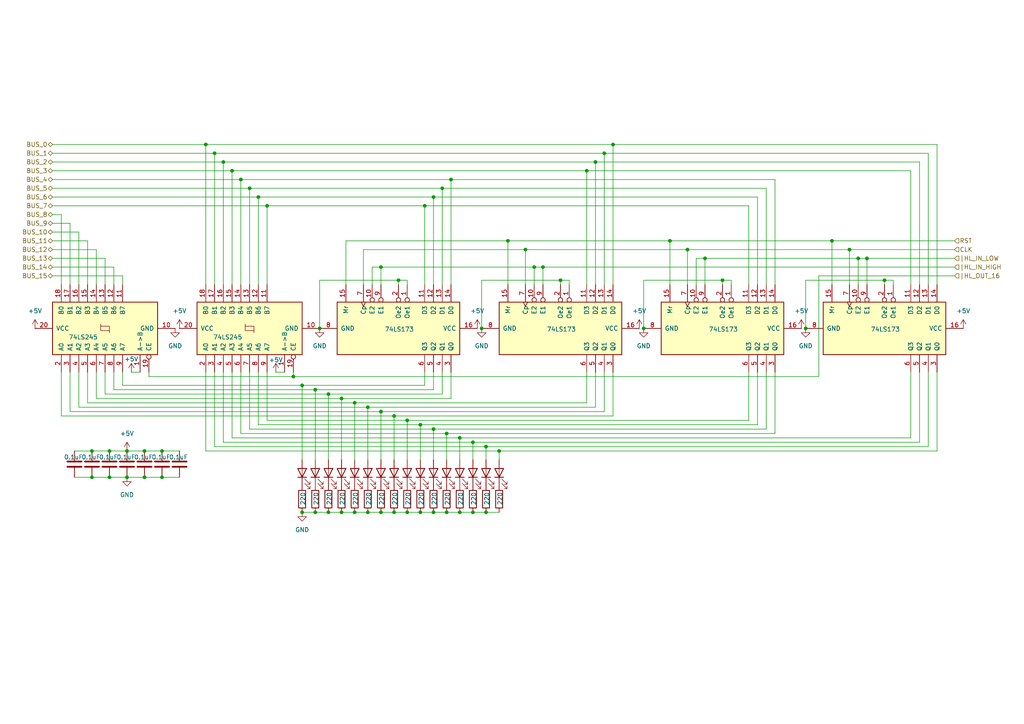
<source format=kicad_sch>
(kicad_sch (version 20231120) (generator "eeschema") (generator_version "8.0")
  (paper "A4")
  (lib_symbols
    (symbol "74xx:74LS173" (pin_names (offset 1.016))
      (property "Reference" "U" (at -7.62 19.05 0))
      (property "Value" "74LS173" (at -7.62 -19.05 0))
      (symbol "74LS173_1_0"
        (pin input inverted (at -12.7 2.54 0) (length 5.08) (name "Oe1") (number "1"))
        (pin input inverted (at -12.7 -7.62 0) (length 5.08) (name "E2") (number "10"))
        (pin input line (at -12.7 7.62 0) (length 5.08) (name "D3") (number "11"))
        (pin input line (at -12.7 10.16 0) (length 5.08) (name "D2") (number "12"))
        (pin input line (at -12.7 12.7 0) (length 5.08) (name "D1") (number "13"))
        (pin input line (at -12.7 15.24 0) (length 5.08) (name "D0") (number "14"))
        (pin input line (at -12.7 -15.24 0) (length 5.08) (name "Mr") (number "15"))
        (pin power_in line (at 0 22.86 270) (length 5.08) (name "VCC") (number "16"))
        (pin input inverted (at -12.7 0 0) (length 5.08) (name "Oe2") (number "2"))
        (pin tri_state line (at 12.7 15.24 180) (length 5.08) (name "Q0") (number "3"))
        (pin tri_state line (at 12.7 12.7 180) (length 5.08) (name "Q1") (number "4"))
        (pin tri_state line (at 12.7 10.16 180) (length 5.08) (name "Q2") (number "5"))
        (pin tri_state line (at 12.7 7.62 180) (length 5.08) (name "Q3") (number "6"))
        (pin input clock (at -12.7 -10.16 0) (length 5.08) (name "Cp") (number "7"))
        (pin power_in line (at 0 -22.86 90) (length 5.08) (name "GND") (number "8"))
        (pin input inverted (at -12.7 -5.08 0) (length 5.08) (name "E1") (number "9"))
      )
      (symbol "74LS173_1_1"
        (rectangle (start -7.62 17.78) (end 7.62 -17.78) (stroke (width 0.254)) (fill (type background)))
      )
    )
    (symbol "74xx:74LS245" (pin_names (offset 1.016))
      (property "Reference" "U" (at -7.62 16.51 0))
      (property "Value" "74LS245" (at -7.62 -16.51 0))
      (symbol "74LS245_1_0"
        (polyline (pts (xy -0.635 -1.27) (xy -0.635 1.27) (xy 0.635 1.27)))
        (polyline (pts (xy -1.27 -1.27) (xy 0.635 -1.27) (xy 0.635 1.27) (xy 1.27 1.27)))
        (pin input line (at -12.7 -10.16 0) (length 5.08) (name "A->B") (number "1"))
        (pin power_in line (at 0 -20.32 90) (length 5.08) (name "GND") (number "10"))
        (pin tri_state line (at 12.7 -5.08 180) (length 5.08) (name "B7") (number "11"))
        (pin tri_state line (at 12.7 -2.54 180) (length 5.08) (name "B6") (number "12"))
        (pin tri_state line (at 12.7 0 180) (length 5.08) (name "B5") (number "13"))
        (pin tri_state line (at 12.7 2.54 180) (length 5.08) (name "B4") (number "14"))
        (pin tri_state line (at 12.7 5.08 180) (length 5.08) (name "B3") (number "15"))
        (pin tri_state line (at 12.7 7.62 180) (length 5.08) (name "B2") (number "16"))
        (pin tri_state line (at 12.7 10.16 180) (length 5.08) (name "B1") (number "17"))
        (pin tri_state line (at 12.7 12.7 180) (length 5.08) (name "B0") (number "18"))
        (pin input inverted (at -12.7 -12.7 0) (length 5.08) (name "CE") (number "19"))
        (pin tri_state line (at -12.7 12.7 0) (length 5.08) (name "A0") (number "2"))
        (pin power_in line (at 0 20.32 270) (length 5.08) (name "VCC") (number "20"))
        (pin tri_state line (at -12.7 10.16 0) (length 5.08) (name "A1") (number "3"))
        (pin tri_state line (at -12.7 7.62 0) (length 5.08) (name "A2") (number "4"))
        (pin tri_state line (at -12.7 5.08 0) (length 5.08) (name "A3") (number "5"))
        (pin tri_state line (at -12.7 2.54 0) (length 5.08) (name "A4") (number "6"))
        (pin tri_state line (at -12.7 0 0) (length 5.08) (name "A5") (number "7"))
        (pin tri_state line (at -12.7 -2.54 0) (length 5.08) (name "A6") (number "8"))
        (pin tri_state line (at -12.7 -5.08 0) (length 5.08) (name "A7") (number "9"))
      )
      (symbol "74LS245_1_1"
        (rectangle (start -7.62 15.24) (end 7.62 -15.24) (stroke (width 0.254)) (fill (type background)))
      )
    )
    (symbol "Device:C" (pin_numbers hide) (pin_names (offset 0.254))
      (property "Reference" "C" (at 0.635 2.54 0))
      (property "Value" "C" (at 0.635 -2.54 0))
      (symbol "C_0_1"
        (polyline (pts (xy -2.032 -0.762) (xy 2.032 -0.762)) (stroke (width 0.508)))
        (polyline (pts (xy -2.032 0.762) (xy 2.032 0.762)) (stroke (width 0.508)))
      )
      (symbol "C_1_1"
        (pin passive line (at 0 3.81 270) (length 2.794) (name "~") (number "1"))
        (pin passive line (at 0 -3.81 90) (length 2.794) (name "~") (number "2"))
      )
    )
    (symbol "Device:LED" (pin_numbers hide) (pin_names (offset 1.016) hide)
      (property "Reference" "D" (at 0 2.54 0))
      (property "Value" "LED" (at 0 -2.54 0))
      (symbol "LED_0_1"
        (polyline (pts (xy -1.27 -1.27) (xy -1.27 1.27)) (stroke (width 0.254)))
        (polyline (pts (xy -1.27 0) (xy 1.27 0)))
        (polyline (pts (xy 1.27 -1.27) (xy 1.27 1.27) (xy -1.27 0) (xy 1.27 -1.27)) (stroke (width 0.254)))
        (polyline (pts (xy -3.048 -0.762) (xy -4.572 -2.286) (xy -3.81 -2.286) (xy -4.572 -2.286) (xy -4.572 -1.524)))
        (polyline (pts (xy -1.778 -0.762) (xy -3.302 -2.286) (xy -2.54 -2.286) (xy -3.302 -2.286) (xy -3.302 -1.524)))
      )
      (symbol "LED_1_1"
        (pin passive line (at -3.81 0 0) (length 2.54) (name "K") (number "1"))
        (pin passive line (at 3.81 0 180) (length 2.54) (name "A") (number "2"))
      )
    )
    (symbol "Device:R" (pin_numbers hide) (pin_names (offset 0))
      (property "Reference" "R" (at 2.032 0 90))
      (property "Value" "R" (at 0 0 90))
      (symbol "R_0_1"
        (rectangle (start -1.016 -2.54) (end 1.016 2.54) (stroke (width 0.254)))
      )
      (symbol "R_1_1"
        (pin passive line (at 0 3.81 270) (length 1.27) (name "~") (number "1"))
        (pin passive line (at 0 -3.81 90) (length 1.27) (name "~") (number "2"))
      )
    )
    (symbol "power:+5V" (power) (pin_numbers hide) (pin_names (offset 0) hide)
      (property "Value" "+5V" (at 0 3.556 0))
      (symbol "+5V_0_1"
        (polyline (pts (xy -0.762 1.27) (xy 0 2.54)))
        (polyline (pts (xy 0 0) (xy 0 2.54)))
        (polyline (pts (xy 0 2.54) (xy 0.762 1.27)))
      )
      (symbol "+5V_1_1"
        (pin power_in line (at 0 0 90) (length 0) (name "~") (number "1"))
      )
    )
    (symbol "power:GND" (power) (pin_numbers hide) (pin_names (offset 0) hide)
      (property "Value" "GND" (at 0 -3.81 0))
      (symbol "GND_0_1"
        (polyline (pts (xy 0 0) (xy 0 -1.27) (xy 1.27 -1.27) (xy 0 -2.54) (xy -1.27 -1.27) (xy 0 -1.27)))
      )
      (symbol "GND_1_1"
        (pin power_in line (at 0 0 270) (length 0) (name "~") (number "1"))
      )
    )
  )
  (junction (at 137.16 148.59))
  (junction (at 130.81 52.07))
  (junction (at 62.23 44.45))
  (junction (at 140.97 129.54))
  (junction (at 251.46 74.93))
  (junction (at 144.78 130.81))
  (junction (at 99.06 148.59))
  (junction (at 209.55 81.28))
  (junction (at 87.63 111.76))
  (junction (at 72.39 54.61))
  (junction (at 121.92 123.19))
  (junction (at 26.67 130.81))
  (junction (at 31.75 130.81))
  (junction (at 129.54 148.59))
  (junction (at 114.3 148.59))
  (junction (at 204.47 74.93))
  (junction (at 36.83 130.81))
  (junction (at 133.35 148.59))
  (junction (at 152.4 72.39))
  (junction (at 67.31 49.53))
  (junction (at 199.39 72.39))
  (junction (at 118.11 148.59))
  (junction (at 172.72 46.99))
  (junction (at 118.11 121.92))
  (junction (at 248.92 74.93))
  (junction (at 99.06 115.57))
  (junction (at 246.38 72.39))
  (junction (at 129.54 125.73))
  (junction (at 46.99 130.81))
  (junction (at 102.87 148.59))
  (junction (at 69.85 52.07))
  (junction (at 95.25 148.59))
  (junction (at 106.68 118.11))
  (junction (at 128.27 54.61))
  (junction (at 110.49 148.59))
  (junction (at 115.57 81.28))
  (junction (at 147.32 69.85))
  (junction (at 36.83 138.43))
  (junction (at 139.7 95.25))
  (junction (at 95.25 114.3))
  (junction (at 123.19 59.69))
  (junction (at 256.54 81.28))
  (junction (at 110.49 119.38))
  (junction (at 26.67 138.43))
  (junction (at 186.69 95.25))
  (junction (at 91.44 148.59))
  (junction (at 102.87 116.84))
  (junction (at 241.3 69.85))
  (junction (at 92.71 95.25))
  (junction (at 162.56 81.28))
  (junction (at 41.91 130.81))
  (junction (at 125.73 124.46))
  (junction (at 110.49 77.47))
  (junction (at 46.99 138.43))
  (junction (at 177.8 41.91))
  (junction (at 121.92 148.59))
  (junction (at 194.31 69.85))
  (junction (at 74.93 57.15))
  (junction (at 157.48 77.47))
  (junction (at 125.73 148.59))
  (junction (at 154.94 77.47))
  (junction (at 77.47 59.69))
  (junction (at 87.63 148.59))
  (junction (at 170.18 49.53))
  (junction (at 91.44 113.03))
  (junction (at 85.09 109.22))
  (junction (at 114.3 120.65))
  (junction (at 41.91 138.43))
  (junction (at 133.35 127))
  (junction (at 137.16 128.27))
  (junction (at 59.69 41.91))
  (junction (at 233.68 95.25))
  (junction (at 31.75 138.43))
  (junction (at 125.73 57.15))
  (junction (at 64.77 46.99))
  (junction (at 175.26 44.45))
  (junction (at 140.97 148.59))
  (junction (at 106.68 148.59))
  (wire (pts (xy 99.06 115.57) (xy 130.81 115.57)))
  (wire (pts (xy 246.38 72.39) (xy 246.38 82.55)))
  (wire (pts (xy 217.17 121.92) (xy 217.17 107.95)))
  (wire (pts (xy 15.24 62.23) (xy 17.78 62.23)))
  (wire (pts (xy 15.24 41.91) (xy 59.69 41.91)))
  (wire (pts (xy 144.78 130.81) (xy 144.78 133.35)))
  (wire (pts (xy 186.69 81.28) (xy 186.69 95.25)))
  (wire (pts (xy 25.4 116.84) (xy 102.87 116.84)))
  (wire (pts (xy 15.24 69.85) (xy 25.4 69.85)))
  (wire (pts (xy 74.93 57.15) (xy 74.93 82.55)))
  (wire (pts (xy 121.92 123.19) (xy 121.92 133.35)))
  (wire (pts (xy 177.8 107.95) (xy 177.8 120.65)))
  (wire (pts (xy 35.56 107.95) (xy 35.56 111.76)))
  (wire (pts (xy 17.78 120.65) (xy 114.3 120.65)))
  (wire (pts (xy 20.32 107.95) (xy 20.32 119.38)))
  (wire (pts (xy 46.99 130.81) (xy 52.07 130.81)))
  (wire (pts (xy 128.27 114.3) (xy 128.27 107.95)))
  (wire (pts (xy 64.77 46.99) (xy 64.77 82.55)))
  (wire (pts (xy 87.63 148.59) (xy 91.44 148.59)))
  (wire (pts (xy 201.93 82.55) (xy 201.93 74.93)))
  (wire (pts (xy 46.99 138.43) (xy 52.07 138.43)))
  (wire (pts (xy 115.57 81.28) (xy 92.71 81.28)))
  (wire (pts (xy 256.54 81.28) (xy 233.68 81.28)))
  (wire (pts (xy 177.8 41.91) (xy 177.8 82.55)))
  (wire (pts (xy 118.11 121.92) (xy 217.17 121.92)))
  (wire (pts (xy 106.68 118.11) (xy 106.68 133.35)))
  (wire (pts (xy 62.23 129.54) (xy 140.97 129.54)))
  (wire (pts (xy 222.25 54.61) (xy 222.25 82.55)))
  (wire (pts (xy 170.18 107.95) (xy 170.18 116.84)))
  (wire (pts (xy 123.19 59.69) (xy 217.17 59.69)))
  (wire (pts (xy 85.09 109.22) (xy 85.09 107.95)))
  (wire (pts (xy 26.67 138.43) (xy 31.75 138.43)))
  (wire (pts (xy 217.17 59.69) (xy 217.17 82.55)))
  (wire (pts (xy 110.49 148.59) (xy 114.3 148.59)))
  (wire (pts (xy 22.86 118.11) (xy 106.68 118.11)))
  (wire (pts (xy 30.48 114.3) (xy 95.25 114.3)))
  (wire (pts (xy 114.3 120.65) (xy 177.8 120.65)))
  (wire (pts (xy 140.97 129.54) (xy 140.97 133.35)))
  (wire (pts (xy 157.48 77.47) (xy 276.86 77.47)))
  (wire (pts (xy 125.73 57.15) (xy 74.93 57.15)))
  (wire (pts (xy 129.54 125.73) (xy 224.79 125.73)))
  (wire (pts (xy 80.01 107.95) (xy 82.55 107.95)))
  (wire (pts (xy 22.86 107.95) (xy 22.86 118.11)))
  (wire (pts (xy 129.54 148.59) (xy 133.35 148.59)))
  (wire (pts (xy 162.56 81.28) (xy 162.56 82.55)))
  (wire (pts (xy 30.48 74.93) (xy 30.48 82.55)))
  (wire (pts (xy 264.16 49.53) (xy 264.16 82.55)))
  (wire (pts (xy 241.3 69.85) (xy 241.3 82.55)))
  (wire (pts (xy 118.11 121.92) (xy 118.11 133.35)))
  (wire (pts (xy 130.81 52.07) (xy 224.79 52.07)))
  (wire (pts (xy 271.78 130.81) (xy 144.78 130.81)))
  (wire (pts (xy 15.24 80.01) (xy 35.56 80.01)))
  (wire (pts (xy 276.86 74.93) (xy 251.46 74.93)))
  (wire (pts (xy 172.72 46.99) (xy 172.72 82.55)))
  (wire (pts (xy 172.72 46.99) (xy 64.77 46.99)))
  (wire (pts (xy 107.95 77.47) (xy 107.95 82.55)))
  (wire (pts (xy 110.49 119.38) (xy 175.26 119.38)))
  (wire (pts (xy 95.25 114.3) (xy 95.25 133.35)))
  (wire (pts (xy 219.71 123.19) (xy 219.71 107.95)))
  (wire (pts (xy 264.16 127) (xy 264.16 107.95)))
  (wire (pts (xy 69.85 52.07) (xy 69.85 82.55)))
  (wire (pts (xy 31.75 130.81) (xy 36.83 130.81)))
  (wire (pts (xy 87.63 111.76) (xy 87.63 133.35)))
  (wire (pts (xy 38.1 107.95) (xy 40.64 107.95)))
  (wire (pts (xy 175.26 119.38) (xy 175.26 107.95)))
  (wire (pts (xy 133.35 148.59) (xy 137.16 148.59)))
  (wire (pts (xy 271.78 107.95) (xy 271.78 130.81)))
  (wire (pts (xy 114.3 148.59) (xy 118.11 148.59)))
  (wire (pts (xy 59.69 130.81) (xy 59.69 107.95)))
  (wire (pts (xy 102.87 116.84) (xy 102.87 133.35)))
  (wire (pts (xy 194.31 69.85) (xy 194.31 82.55)))
  (wire (pts (xy 133.35 127) (xy 133.35 133.35)))
  (wire (pts (xy 259.08 82.55) (xy 259.08 81.28)))
  (wire (pts (xy 41.91 138.43) (xy 46.99 138.43)))
  (wire (pts (xy 64.77 128.27) (xy 64.77 107.95)))
  (wire (pts (xy 172.72 118.11) (xy 172.72 107.95)))
  (wire (pts (xy 259.08 81.28) (xy 256.54 81.28)))
  (wire (pts (xy 133.35 127) (xy 264.16 127)))
  (wire (pts (xy 125.73 107.95) (xy 125.73 113.03)))
  (wire (pts (xy 69.85 52.07) (xy 130.81 52.07)))
  (wire (pts (xy 130.81 82.55) (xy 130.81 52.07)))
  (wire (pts (xy 248.92 74.93) (xy 248.92 82.55)))
  (wire (pts (xy 25.4 107.95) (xy 25.4 116.84)))
  (wire (pts (xy 21.59 138.43) (xy 26.67 138.43)))
  (wire (pts (xy 72.39 54.61) (xy 128.27 54.61)))
  (wire (pts (xy 128.27 54.61) (xy 222.25 54.61)))
  (wire (pts (xy 27.94 107.95) (xy 27.94 115.57)))
  (wire (pts (xy 165.1 82.55) (xy 165.1 81.28)))
  (wire (pts (xy 67.31 49.53) (xy 67.31 82.55)))
  (wire (pts (xy 137.16 148.59) (xy 140.97 148.59)))
  (wire (pts (xy 15.24 74.93) (xy 30.48 74.93)))
  (wire (pts (xy 25.4 69.85) (xy 25.4 82.55)))
  (wire (pts (xy 99.06 115.57) (xy 99.06 133.35)))
  (wire (pts (xy 15.24 49.53) (xy 67.31 49.53)))
  (wire (pts (xy 30.48 107.95) (xy 30.48 114.3)))
  (wire (pts (xy 95.25 114.3) (xy 128.27 114.3)))
  (wire (pts (xy 129.54 125.73) (xy 129.54 133.35)))
  (wire (pts (xy 72.39 54.61) (xy 72.39 82.55)))
  (wire (pts (xy 125.73 57.15) (xy 125.73 82.55)))
  (wire (pts (xy 15.24 77.47) (xy 33.02 77.47)))
  (wire (pts (xy 199.39 72.39) (xy 199.39 82.55)))
  (wire (pts (xy 31.75 138.43) (xy 36.83 138.43)))
  (wire (pts (xy 15.24 57.15) (xy 74.93 57.15)))
  (wire (pts (xy 152.4 72.39) (xy 152.4 82.55)))
  (wire (pts (xy 165.1 81.28) (xy 162.56 81.28)))
  (wire (pts (xy 157.48 77.47) (xy 157.48 82.55)))
  (wire (pts (xy 154.94 77.47) (xy 157.48 77.47)))
  (wire (pts (xy 209.55 81.28) (xy 186.69 81.28)))
  (wire (pts (xy 114.3 120.65) (xy 114.3 133.35)))
  (wire (pts (xy 15.24 46.99) (xy 64.77 46.99)))
  (wire (pts (xy 170.18 49.53) (xy 264.16 49.53)))
  (wire (pts (xy 106.68 148.59) (xy 110.49 148.59)))
  (wire (pts (xy 266.7 46.99) (xy 172.72 46.99)))
  (wire (pts (xy 43.18 109.22) (xy 85.09 109.22)))
  (wire (pts (xy 219.71 57.15) (xy 125.73 57.15)))
  (wire (pts (xy 35.56 80.01) (xy 35.56 82.55)))
  (wire (pts (xy 175.26 44.45) (xy 269.24 44.45)))
  (wire (pts (xy 27.94 115.57) (xy 99.06 115.57)))
  (wire (pts (xy 67.31 49.53) (xy 170.18 49.53)))
  (wire (pts (xy 110.49 77.47) (xy 110.49 82.55)))
  (wire (pts (xy 62.23 44.45) (xy 62.23 82.55)))
  (wire (pts (xy 17.78 62.23) (xy 17.78 82.55)))
  (wire (pts (xy 246.38 72.39) (xy 276.86 72.39)))
  (wire (pts (xy 177.8 41.91) (xy 271.78 41.91)))
  (wire (pts (xy 15.24 67.31) (xy 22.86 67.31)))
  (wire (pts (xy 15.24 54.61) (xy 72.39 54.61)))
  (wire (pts (xy 137.16 128.27) (xy 137.16 133.35)))
  (wire (pts (xy 251.46 74.93) (xy 248.92 74.93)))
  (wire (pts (xy 162.56 81.28) (xy 139.7 81.28)))
  (wire (pts (xy 62.23 107.95) (xy 62.23 129.54)))
  (wire (pts (xy 106.68 118.11) (xy 172.72 118.11)))
  (wire (pts (xy 271.78 41.91) (xy 271.78 82.55)))
  (wire (pts (xy 77.47 59.69) (xy 77.47 82.55)))
  (wire (pts (xy 27.94 72.39) (xy 27.94 82.55)))
  (wire (pts (xy 251.46 74.93) (xy 251.46 82.55)))
  (wire (pts (xy 67.31 127) (xy 133.35 127)))
  (wire (pts (xy 140.97 129.54) (xy 269.24 129.54)))
  (wire (pts (xy 154.94 77.47) (xy 154.94 82.55)))
  (wire (pts (xy 121.92 123.19) (xy 219.71 123.19)))
  (wire (pts (xy 224.79 125.73) (xy 224.79 107.95)))
  (wire (pts (xy 194.31 69.85) (xy 241.3 69.85)))
  (wire (pts (xy 91.44 113.03) (xy 125.73 113.03)))
  (wire (pts (xy 118.11 148.59) (xy 121.92 148.59)))
  (wire (pts (xy 170.18 49.53) (xy 170.18 82.55)))
  (wire (pts (xy 219.71 82.55) (xy 219.71 57.15)))
  (wire (pts (xy 102.87 116.84) (xy 170.18 116.84)))
  (wire (pts (xy 95.25 148.59) (xy 99.06 148.59)))
  (wire (pts (xy 199.39 72.39) (xy 246.38 72.39)))
  (wire (pts (xy 276.86 69.85) (xy 241.3 69.85)))
  (wire (pts (xy 20.32 64.77) (xy 20.32 82.55)))
  (wire (pts (xy 269.24 129.54) (xy 269.24 107.95)))
  (wire (pts (xy 15.24 52.07) (xy 69.85 52.07)))
  (wire (pts (xy 102.87 148.59) (xy 106.68 148.59)))
  (wire (pts (xy 36.83 130.81) (xy 41.91 130.81)))
  (wire (pts (xy 125.73 148.59) (xy 129.54 148.59)))
  (wire (pts (xy 209.55 81.28) (xy 209.55 82.55)))
  (wire (pts (xy 15.24 59.69) (xy 77.47 59.69)))
  (wire (pts (xy 139.7 81.28) (xy 139.7 95.25)))
  (wire (pts (xy 41.91 130.81) (xy 46.99 130.81)))
  (wire (pts (xy 87.63 111.76) (xy 123.19 111.76)))
  (wire (pts (xy 92.71 81.28) (xy 92.71 95.25)))
  (wire (pts (xy 140.97 148.59) (xy 144.78 148.59)))
  (wire (pts (xy 123.19 107.95) (xy 123.19 111.76)))
  (wire (pts (xy 62.23 44.45) (xy 175.26 44.45)))
  (wire (pts (xy 15.24 44.45) (xy 62.23 44.45)))
  (wire (pts (xy 125.73 124.46) (xy 125.73 133.35)))
  (wire (pts (xy 175.26 44.45) (xy 175.26 82.55)))
  (wire (pts (xy 69.85 107.95) (xy 69.85 125.73)))
  (wire (pts (xy 212.09 82.55) (xy 212.09 81.28)))
  (wire (pts (xy 91.44 148.59) (xy 95.25 148.59)))
  (wire (pts (xy 77.47 121.92) (xy 118.11 121.92)))
  (wire (pts (xy 110.49 77.47) (xy 154.94 77.47)))
  (wire (pts (xy 204.47 74.93) (xy 204.47 82.55)))
  (wire (pts (xy 22.86 67.31) (xy 22.86 82.55)))
  (wire (pts (xy 33.02 77.47) (xy 33.02 82.55)))
  (wire (pts (xy 144.78 130.81) (xy 59.69 130.81)))
  (wire (pts (xy 35.56 111.76) (xy 87.63 111.76)))
  (wire (pts (xy 67.31 107.95) (xy 67.31 127)))
  (wire (pts (xy 256.54 81.28) (xy 256.54 82.55)))
  (wire (pts (xy 85.09 109.22) (xy 237.49 109.22)))
  (wire (pts (xy 224.79 82.55) (xy 224.79 52.07)))
  (wire (pts (xy 74.93 123.19) (xy 121.92 123.19)))
  (wire (pts (xy 59.69 41.91) (xy 59.69 82.55)))
  (wire (pts (xy 128.27 54.61) (xy 128.27 82.55)))
  (wire (pts (xy 20.32 119.38) (xy 110.49 119.38)))
  (wire (pts (xy 77.47 59.69) (xy 123.19 59.69)))
  (wire (pts (xy 237.49 80.01) (xy 276.86 80.01)))
  (wire (pts (xy 115.57 81.28) (xy 115.57 82.55)))
  (wire (pts (xy 105.41 72.39) (xy 152.4 72.39)))
  (wire (pts (xy 69.85 125.73) (xy 129.54 125.73)))
  (wire (pts (xy 212.09 81.28) (xy 209.55 81.28)))
  (wire (pts (xy 266.7 128.27) (xy 137.16 128.27)))
  (wire (pts (xy 43.18 107.95) (xy 43.18 109.22)))
  (wire (pts (xy 99.06 148.59) (xy 102.87 148.59)))
  (wire (pts (xy 130.81 107.95) (xy 130.81 115.57)))
  (wire (pts (xy 118.11 82.55) (xy 118.11 81.28)))
  (wire (pts (xy 100.33 69.85) (xy 147.32 69.85)))
  (wire (pts (xy 266.7 82.55) (xy 266.7 46.99)))
  (wire (pts (xy 222.25 107.95) (xy 222.25 124.46)))
  (wire (pts (xy 147.32 69.85) (xy 194.31 69.85)))
  (wire (pts (xy 125.73 124.46) (xy 72.39 124.46)))
  (wire (pts (xy 74.93 107.95) (xy 74.93 123.19)))
  (wire (pts (xy 147.32 69.85) (xy 147.32 82.55)))
  (wire (pts (xy 26.67 130.81) (xy 31.75 130.81)))
  (wire (pts (xy 266.7 107.95) (xy 266.7 128.27)))
  (wire (pts (xy 152.4 72.39) (xy 199.39 72.39)))
  (wire (pts (xy 269.24 44.45) (xy 269.24 82.55)))
  (wire (pts (xy 77.47 107.95) (xy 77.47 121.92)))
  (wire (pts (xy 91.44 113.03) (xy 91.44 133.35)))
  (wire (pts (xy 110.49 77.47) (xy 107.95 77.47)))
  (wire (pts (xy 123.19 59.69) (xy 123.19 82.55)))
  (wire (pts (xy 21.59 130.81) (xy 26.67 130.81)))
  (wire (pts (xy 72.39 124.46) (xy 72.39 107.95)))
  (wire (pts (xy 17.78 107.95) (xy 17.78 120.65)))
  (wire (pts (xy 36.83 138.43) (xy 41.91 138.43)))
  (wire (pts (xy 121.92 148.59) (xy 125.73 148.59)))
  (wire (pts (xy 137.16 128.27) (xy 64.77 128.27)))
  (wire (pts (xy 201.93 74.93) (xy 204.47 74.93)))
  (wire (pts (xy 59.69 41.91) (xy 177.8 41.91)))
  (wire (pts (xy 233.68 81.28) (xy 233.68 95.25)))
  (wire (pts (xy 105.41 82.55) (xy 105.41 72.39)))
  (wire (pts (xy 237.49 109.22) (xy 237.49 80.01)))
  (wire (pts (xy 33.02 113.03) (xy 91.44 113.03)))
  (wire (pts (xy 118.11 81.28) (xy 115.57 81.28)))
  (wire (pts (xy 100.33 82.55) (xy 100.33 69.85)))
  (wire (pts (xy 33.02 107.95) (xy 33.02 113.03)))
  (wire (pts (xy 15.24 64.77) (xy 20.32 64.77)))
  (wire (pts (xy 15.24 72.39) (xy 27.94 72.39)))
  (wire (pts (xy 222.25 124.46) (xy 125.73 124.46)))
  (wire (pts (xy 204.47 74.93) (xy 248.92 74.93)))
  (wire (pts (xy 110.49 119.38) (xy 110.49 133.35)))
  (hierarchical_label "BUS_7" (shape bidirectional) (at 15.24 59.69 180))
  (hierarchical_label "BUS_9" (shape bidirectional) (at 15.24 64.77 180))
  (hierarchical_label "|HL_IN_HIGH" (shape input) (at 276.86 77.47 0))
  (hierarchical_label "BUS_1" (shape bidirectional) (at 15.24 44.45 180))
  (hierarchical_label "BUS_15" (shape bidirectional) (at 15.24 80.01 180))
  (hierarchical_label "BUS_11" (shape bidirectional) (at 15.24 69.85 180))
  (hierarchical_label "BUS_2" (shape bidirectional) (at 15.24 46.99 180))
  (hierarchical_label "BUS_3" (shape bidirectional) (at 15.24 49.53 180))
  (hierarchical_label "BUS_12" (shape bidirectional) (at 15.24 72.39 180))
  (hierarchical_label "BUS_10" (shape bidirectional) (at 15.24 67.31 180))
  (hierarchical_label "RST" (shape input) (at 276.86 69.85 0))
  (hierarchical_label "BUS_0" (shape bidirectional) (at 15.24 41.91 180))
  (hierarchical_label "BUS_13" (shape bidirectional) (at 15.24 74.93 180))
  (hierarchical_label "CLK" (shape input) (at 276.86 72.39 0))
  (hierarchical_label "BUS_4" (shape bidirectional) (at 15.24 52.07 180))
  (hierarchical_label "BUS_6" (shape bidirectional) (at 15.24 57.15 180))
  (hierarchical_label "|HL_OUT_16" (shape input) (at 276.86 80.01 0))
  (hierarchical_label "BUS_5" (shape bidirectional) (at 15.24 54.61 180))
  (hierarchical_label "BUS_8" (shape bidirectional) (at 15.24 62.23 180))
  (hierarchical_label "|HL_IN_LOW" (shape input) (at 276.86 74.93 0))
  (hierarchical_label "BUS_14" (shape bidirectional) (at 15.24 77.47 180))
  (symbol (lib_id "Device:LED") (at 87.63 137.16 90) (unit 1)
    (property "Reference" "D1" (effects (hide yes)))
    (property "Value" "LED" (effects (hide yes)))
    (property "Description" "Light emitting diode" (effects (hide yes)))
  )
  (symbol (lib_id "power:+5V") (at 80.01 107.95 0) (unit 1)
    (property "Reference" "#PWR015" (effects (hide yes)))
    (property "Value" "+5V" (at 80.01 104.394 0))
    (property "Description" "Power symbol creates a global label with name \"+5V\"" (effects (hide yes)))
  )
  (symbol (lib_id "Device:LED") (at 144.78 137.16 90) (unit 1)
    (property "Reference" "D16" (effects (hide yes)))
    (property "Value" "LED" (effects (hide yes)))
    (property "Description" "Light emitting diode" (effects (hide yes)))
  )
  (symbol (lib_id "power:GND") (at 233.68 95.25 0) (unit 1)
    (property "Reference" "#PWR06" (effects (hide yes)))
    (property "Value" "GND" (at 233.68 100.33 0))
    (property "Description" "Power symbol creates a global label with name \"GND\" , ground" (effects (hide yes)))
  )
  (symbol (lib_id "74xx:74LS173") (at 115.57 95.25 270) (unit 1)
    (property "Reference" "U8" (effects (hide yes)))
    (property "Value" "74LS173" (at 115.824 95.504 90))
    (property "Datasheet" "http://www.ti.com/lit/gpn/sn74LS173" (effects (hide yes)))
    (property "Description" "4-bit D-type Register, 3 state out" (effects (hide yes)))
  )
  (symbol (lib_id "Device:R") (at 91.44 144.78 0) (unit 1)
    (property "Reference" "R2" (effects (hide yes)))
    (property "Value" "220" (at 91.694 146.558 90) (effects (justify left)))
    (property "Description" "Resistor" (effects (hide yes)))
  )
  (symbol (lib_id "Device:R") (at 140.97 144.78 0) (unit 1)
    (property "Reference" "R15" (effects (hide yes)))
    (property "Value" "220" (at 141.224 146.558 90) (effects (justify left)))
    (property "Description" "Resistor" (effects (hide yes)))
  )
  (symbol (lib_id "power:GND") (at 87.63 148.59 0) (unit 1)
    (property "Reference" "#PWR07" (effects (hide yes)))
    (property "Value" "GND" (at 87.63 153.67 0))
    (property "Description" "Power symbol creates a global label with name \"GND\" , ground" (effects (hide yes)))
  )
  (symbol (lib_id "power:GND") (at 186.69 95.25 0) (unit 1)
    (property "Reference" "#PWR04" (effects (hide yes)))
    (property "Value" "GND" (at 186.69 100.33 0))
    (property "Description" "Power symbol creates a global label with name \"GND\" , ground" (effects (hide yes)))
  )
  (symbol (lib_id "Device:LED") (at 99.06 137.16 90) (unit 1)
    (property "Reference" "D4" (effects (hide yes)))
    (property "Value" "LED" (effects (hide yes)))
    (property "Description" "Light emitting diode" (effects (hide yes)))
  )
  (symbol (lib_id "Device:R") (at 125.73 144.78 0) (unit 1)
    (property "Reference" "R11" (effects (hide yes)))
    (property "Value" "220" (at 125.984 146.558 90) (effects (justify left)))
    (property "Description" "Resistor" (effects (hide yes)))
  )
  (symbol (lib_id "Device:C") (at 31.75 134.62 0) (unit 1)
    (property "Reference" "C3" (effects (hide yes)))
    (property "Value" "0.1uF" (at 28.702 132.588 0) (effects (justify left)))
    (property "Description" "Unpolarized capacitor" (effects (hide yes)))
  )
  (symbol (lib_id "Device:LED") (at 129.54 137.16 90) (unit 1)
    (property "Reference" "D12" (effects (hide yes)))
    (property "Value" "LED" (effects (hide yes)))
    (property "Description" "Light emitting diode" (effects (hide yes)))
  )
  (symbol (lib_id "74xx:74LS173") (at 162.56 95.25 270) (unit 1)
    (property "Reference" "U1" (effects (hide yes)))
    (property "Value" "74LS173" (at 162.814 95.504 90))
    (property "Datasheet" "http://www.ti.com/lit/gpn/sn74LS173" (effects (hide yes)))
    (property "Description" "4-bit D-type Register, 3 state out" (effects (hide yes)))
  )
  (symbol (lib_id "power:+5V") (at 185.42 95.25 0) (unit 1)
    (property "Reference" "#PWR09" (effects (hide yes)))
    (property "Value" "+5V" (at 185.42 90.17 0))
    (property "Description" "Power symbol creates a global label with name \"+5V\"" (effects (hide yes)))
  )
  (symbol (lib_id "power:+5V") (at 38.1 107.95 0) (unit 1)
    (property "Reference" "#PWR01" (effects (hide yes)))
    (property "Value" "+5V" (at 38.1 104.14 0))
    (property "Description" "Power symbol creates a global label with name \"+5V\"" (effects (hide yes)))
  )
  (symbol (lib_id "74xx:74LS173") (at 256.54 95.25 270) (unit 1)
    (property "Reference" "U4" (effects (hide yes)))
    (property "Value" "74LS173" (at 256.794 95.504 90))
    (property "Datasheet" "http://www.ti.com/lit/gpn/sn74LS173" (effects (hide yes)))
    (property "Description" "4-bit D-type Register, 3 state out" (effects (hide yes)))
  )
  (symbol (lib_id "Device:LED") (at 133.35 137.16 90) (unit 1)
    (property "Reference" "D13" (effects (hide yes)))
    (property "Value" "LED" (effects (hide yes)))
    (property "Description" "Light emitting diode" (effects (hide yes)))
  )
  (symbol (lib_id "Device:R") (at 133.35 144.78 0) (unit 1)
    (property "Reference" "R13" (effects (hide yes)))
    (property "Value" "220" (at 133.604 146.558 90) (effects (justify left)))
    (property "Description" "Resistor" (effects (hide yes)))
  )
  (symbol (lib_id "Device:R") (at 95.25 144.78 0) (unit 1)
    (property "Reference" "R3" (effects (hide yes)))
    (property "Value" "220" (at 95.504 146.558 90) (effects (justify left)))
    (property "Description" "Resistor" (effects (hide yes)))
  )
  (symbol (lib_id "power:GND") (at 139.7 95.25 0) (unit 1)
    (property "Reference" "#PWR03" (effects (hide yes)))
    (property "Value" "GND" (at 139.7 100.33 0))
    (property "Description" "Power symbol creates a global label with name \"GND\" , ground" (effects (hide yes)))
  )
  (symbol (lib_id "power:+5V") (at 138.43 95.25 0) (unit 1)
    (property "Reference" "#PWR08" (effects (hide yes)))
    (property "Value" "+5V" (at 138.43 90.17 0))
    (property "Description" "Power symbol creates a global label with name \"+5V\"" (effects (hide yes)))
  )
  (symbol (lib_id "Device:R") (at 87.63 144.78 0) (unit 1)
    (property "Reference" "R1" (effects (hide yes)))
    (property "Value" "220" (at 87.884 146.558 90) (effects (justify left)))
    (property "Description" "Resistor" (effects (hide yes)))
  )
  (symbol (lib_id "Device:LED") (at 118.11 137.16 90) (unit 1)
    (property "Reference" "D9" (effects (hide yes)))
    (property "Value" "LED" (effects (hide yes)))
    (property "Description" "Light emitting diode" (effects (hide yes)))
  )
  (symbol (lib_id "Device:R") (at 110.49 144.78 0) (unit 1)
    (property "Reference" "R7" (effects (hide yes)))
    (property "Value" "220" (at 110.744 146.558 90) (effects (justify left)))
    (property "Description" "Resistor" (effects (hide yes)))
  )
  (symbol (lib_id "power:GND") (at 36.83 138.43 0) (unit 1)
    (property "Reference" "#PWR017" (effects (hide yes)))
    (property "Value" "GND" (at 36.83 143.51 0))
    (property "Description" "Power symbol creates a global label with name \"GND\" , ground" (effects (hide yes)))
  )
  (symbol (lib_id "power:GND") (at 50.8 95.25 0) (unit 1)
    (property "Reference" "#PWR018" (effects (hide yes)))
    (property "Value" "GND" (at 50.8 100.33 0))
    (property "Description" "Power symbol creates a global label with name \"GND\" , ground" (effects (hide yes)))
  )
  (symbol (lib_id "74xx:74LS173") (at 209.55 95.25 270) (unit 1)
    (property "Reference" "U2" (effects (hide yes)))
    (property "Value" "74LS173" (at 209.804 95.504 90))
    (property "Datasheet" "http://www.ti.com/lit/gpn/sn74LS173" (effects (hide yes)))
    (property "Description" "4-bit D-type Register, 3 state out" (effects (hide yes)))
  )
  (symbol (lib_id "Device:R") (at 129.54 144.78 0) (unit 1)
    (property "Reference" "R12" (effects (hide yes)))
    (property "Value" "220" (at 129.794 146.558 90) (effects (justify left)))
    (property "Description" "Resistor" (effects (hide yes)))
  )
  (symbol (lib_id "Device:LED") (at 95.25 137.16 90) (unit 1)
    (property "Reference" "D3" (effects (hide yes)))
    (property "Value" "LED" (effects (hide yes)))
    (property "Description" "Light emitting diode" (effects (hide yes)))
  )
  (symbol (lib_id "Device:R") (at 137.16 144.78 0) (unit 1)
    (property "Reference" "R14" (effects (hide yes)))
    (property "Value" "220" (at 137.414 146.558 90) (effects (justify left)))
    (property "Description" "Resistor" (effects (hide yes)))
  )
  (symbol (lib_id "power:+5V") (at 36.83 130.81 0) (unit 1)
    (property "Reference" "#PWR016" (effects (hide yes)))
    (property "Value" "+5V" (at 36.83 125.73 0))
    (property "Description" "Power symbol creates a global label with name \"+5V\"" (effects (hide yes)))
  )
  (symbol (lib_id "power:+5V") (at 232.41 95.25 0) (unit 1)
    (property "Reference" "#PWR010" (effects (hide yes)))
    (property "Value" "+5V" (at 232.41 90.17 0))
    (property "Description" "Power symbol creates a global label with name \"+5V\"" (effects (hide yes)))
  )
  (symbol (lib_id "Device:LED") (at 114.3 137.16 90) (unit 1)
    (property "Reference" "D8" (effects (hide yes)))
    (property "Value" "LED" (effects (hide yes)))
    (property "Description" "Light emitting diode" (effects (hide yes)))
  )
  (symbol (lib_id "Device:R") (at 121.92 144.78 0) (unit 1)
    (property "Reference" "R10" (effects (hide yes)))
    (property "Value" "220" (at 122.174 146.558 90) (effects (justify left)))
    (property "Description" "Resistor" (effects (hide yes)))
  )
  (symbol (lib_id "power:+5V") (at 279.4 95.25 0) (unit 1)
    (property "Reference" "#PWR020" (effects (hide yes)))
    (property "Value" "+5V" (at 279.4 90.17 0))
    (property "Description" "Power symbol creates a global label with name \"+5V\"" (effects (hide yes)))
  )
  (symbol (lib_id "74xx:74LS245") (at 30.48 95.25 90) (unit 1)
    (property "Reference" "U7" (effects (hide yes)))
    (property "Value" "74LS245" (at 24.13 97.79 90))
    (property "Datasheet" "http://www.ti.com/lit/gpn/sn74LS245" (effects (hide yes)))
    (property "Description" "Octal BUS Transceivers, 3-State outputs" (effects (hide yes)))
  )
  (symbol (lib_id "Device:C") (at 52.07 134.62 0) (unit 1)
    (property "Reference" "C7" (effects (hide yes)))
    (property "Value" "0.1uF" (at 49.022 132.588 0) (effects (justify left)))
    (property "Description" "Unpolarized capacitor" (effects (hide yes)))
  )
  (symbol (lib_id "Device:R") (at 102.87 144.78 0) (unit 1)
    (property "Reference" "R5" (effects (hide yes)))
    (property "Value" "220" (at 103.124 146.558 90) (effects (justify left)))
    (property "Description" "Resistor" (effects (hide yes)))
  )
  (symbol (lib_id "Device:C") (at 26.67 134.62 0) (unit 1)
    (property "Reference" "C2" (effects (hide yes)))
    (property "Value" "0.1uF" (at 23.622 132.588 0) (effects (justify left)))
    (property "Description" "Unpolarized capacitor" (effects (hide yes)))
  )
  (symbol (lib_id "Device:R") (at 106.68 144.78 0) (unit 1)
    (property "Reference" "R6" (effects (hide yes)))
    (property "Value" "220" (at 106.934 146.558 90) (effects (justify left)))
    (property "Description" "Resistor" (effects (hide yes)))
  )
  (symbol (lib_id "Device:C") (at 46.99 134.62 0) (unit 1)
    (property "Reference" "C6" (effects (hide yes)))
    (property "Value" "0.1uF" (at 43.942 132.588 0) (effects (justify left)))
    (property "Description" "Unpolarized capacitor" (effects (hide yes)))
  )
  (symbol (lib_id "power:+5V") (at 10.16 95.25 0) (unit 1)
    (property "Reference" "#PWR019" (effects (hide yes)))
    (property "Value" "+5V" (at 10.16 90.17 0))
    (property "Description" "Power symbol creates a global label with name \"+5V\"" (effects (hide yes)))
  )
  (symbol (lib_id "Device:R") (at 118.11 144.78 0) (unit 1)
    (property "Reference" "R9" (effects (hide yes)))
    (property "Value" "220" (at 118.364 146.558 90) (effects (justify left)))
    (property "Description" "Resistor" (effects (hide yes)))
  )
  (symbol (lib_id "Device:C") (at 41.91 134.62 0) (unit 1)
    (property "Reference" "C5" (effects (hide yes)))
    (property "Value" "0.1uF" (at 38.862 132.588 0) (effects (justify left)))
    (property "Description" "Unpolarized capacitor" (effects (hide yes)))
  )
  (symbol (lib_id "Device:LED") (at 110.49 137.16 90) (unit 1)
    (property "Reference" "D7" (effects (hide yes)))
    (property "Value" "LED" (effects (hide yes)))
    (property "Description" "Light emitting diode" (effects (hide yes)))
  )
  (symbol (lib_id "Device:R") (at 99.06 144.78 0) (unit 1)
    (property "Reference" "R4" (effects (hide yes)))
    (property "Value" "220" (at 99.314 146.558 90) (effects (justify left)))
    (property "Description" "Resistor" (effects (hide yes)))
  )
  (symbol (lib_id "Device:LED") (at 91.44 137.16 90) (unit 1)
    (property "Reference" "D2" (effects (hide yes)))
    (property "Value" "LED" (effects (hide yes)))
    (property "Description" "Light emitting diode" (effects (hide yes)))
  )
  (symbol (lib_id "power:+5V") (at 52.07 95.25 0) (unit 1)
    (property "Reference" "#PWR013" (effects (hide yes)))
    (property "Value" "+5V" (at 52.07 90.17 0))
    (property "Description" "Power symbol creates a global label with name \"+5V\"" (effects (hide yes)))
  )
  (symbol (lib_id "Device:R") (at 114.3 144.78 0) (unit 1)
    (property "Reference" "R8" (effects (hide yes)))
    (property "Value" "220" (at 114.554 146.558 90) (effects (justify left)))
    (property "Description" "Resistor" (effects (hide yes)))
  )
  (symbol (lib_id "power:GND") (at 92.71 95.25 0) (unit 1)
    (property "Reference" "#PWR05" (effects (hide yes)))
    (property "Value" "GND" (at 92.71 100.33 0))
    (property "Description" "Power symbol creates a global label with name \"GND\" , ground" (effects (hide yes)))
  )
  (symbol (lib_id "Device:LED") (at 121.92 137.16 90) (unit 1)
    (property "Reference" "D10" (effects (hide yes)))
    (property "Value" "LED" (effects (hide yes)))
    (property "Description" "Light emitting diode" (effects (hide yes)))
  )
  (symbol (lib_id "Device:C") (at 21.59 134.62 0) (unit 1)
    (property "Reference" "C1" (effects (hide yes)))
    (property "Value" "0.1uF" (at 18.542 132.588 0) (effects (justify left)))
    (property "Description" "Unpolarized capacitor" (effects (hide yes)))
  )
  (symbol (lib_id "Device:LED") (at 106.68 137.16 90) (unit 1)
    (property "Reference" "D6" (effects (hide yes)))
    (property "Value" "LED" (effects (hide yes)))
    (property "Description" "Light emitting diode" (effects (hide yes)))
  )
  (symbol (lib_id "Device:LED") (at 102.87 137.16 90) (unit 1)
    (property "Reference" "D5" (effects (hide yes)))
    (property "Value" "LED" (effects (hide yes)))
    (property "Description" "Light emitting diode" (effects (hide yes)))
  )
  (symbol (lib_id "Device:LED") (at 125.73 137.16 90) (unit 1)
    (property "Reference" "D11" (effects (hide yes)))
    (property "Value" "LED" (effects (hide yes)))
    (property "Description" "Light emitting diode" (effects (hide yes)))
  )
  (symbol (lib_id "Device:R") (at 144.78 144.78 0) (unit 1)
    (property "Reference" "R16" (effects (hide yes)))
    (property "Value" "220" (at 145.034 146.558 90) (effects (justify left)))
    (property "Description" "Resistor" (effects (hide yes)))
  )
  (symbol (lib_id "74xx:74LS245") (at 72.39 95.25 90) (unit 1)
    (property "Reference" "U6" (effects (hide yes)))
    (property "Value" "74LS245" (at 66.04 97.79 90))
    (property "Datasheet" "http://www.ti.com/lit/gpn/sn74LS245" (effects (hide yes)))
    (property "Description" "Octal BUS Transceivers, 3-State outputs" (effects (hide yes)))
  )
  (symbol (lib_id "Device:LED") (at 140.97 137.16 90) (unit 1)
    (property "Reference" "D15" (effects (hide yes)))
    (property "Value" "LED" (effects (hide yes)))
    (property "Description" "Light emitting diode" (effects (hide yes)))
  )
  (symbol (lib_id "Device:C") (at 36.83 134.62 0) (unit 1)
    (property "Reference" "C4" (effects (hide yes)))
    (property "Value" "0.1uF" (at 33.782 132.588 0) (effects (justify left)))
    (property "Description" "Unpolarized capacitor" (effects (hide yes)))
  )
  (symbol (lib_id "Device:LED") (at 137.16 137.16 90) (unit 1)
    (property "Reference" "D14" (effects (hide yes)))
    (property "Value" "LED" (effects (hide yes)))
    (property "Description" "Light emitting diode" (effects (hide yes)))
  )
)
</source>
